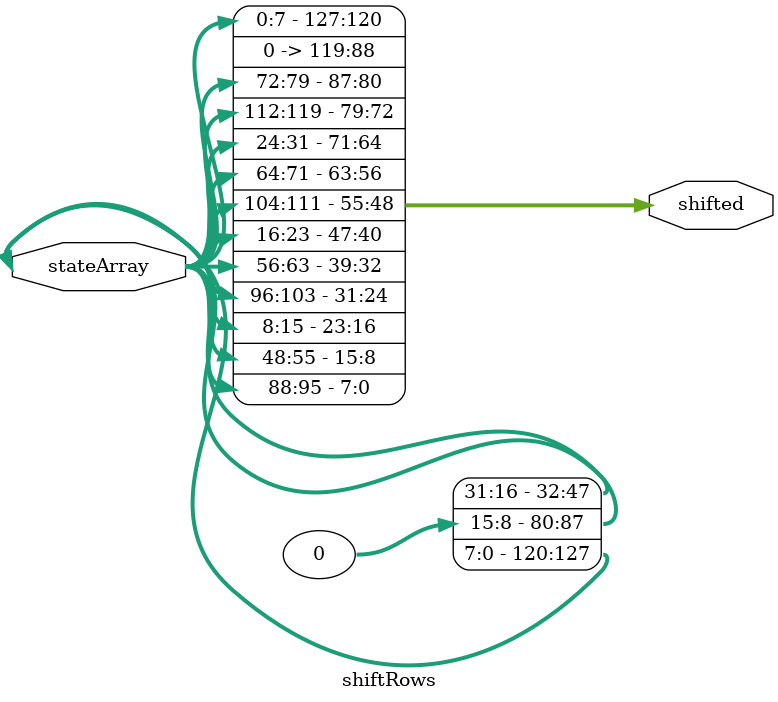
<source format=v>
/*****************************************************************************
 ***									   ***
 *** ECE 526 L Final Project 			John Truong, Spring, 2024  ***
 ***									   ***
 *** Final Project							   ***
 ***									   ***
 *****************************************************************************
 *** Filename: shiftRows.v		   Created by John Truong, 5/3/24  ***
 ***									   ***
 *****************************************************************************
 *** This module models the shiftRows algorithm which shifts the rows of   ***
 *** the State Array by k = r-1 whre r = row #				   ***
 ***								 	   ***
 ***		________4x4 State Array__________			   ***
 ***		|Col0	|Col1	|Col2	|Col3	|			   ***
 ***	Row0	|7:0	|39:32	|71:64	|103:96	|  no shift	 	   ***
 ***	Row1	|15:8	|47:40	|79:72	|111:104|  shift by 1		   ***
 ***	Row2	|23:16	|55:48	|87:80	|119:112|  shift by 2		   ***
 ***	Row3	|31:24	|63:56	|95:88	|127:120|  shift by 3		   ***
 ***									   ***
 ***	Table Above is the State Array in question.			   ***
 *****************************************************************************
 *****************************************************************************/

module shiftRows (stateArray, shifted);

	// Declaration of Inputs and Outputs
	input [0:127] stateArray;
	output [0:127] shifted;

	// Utilized Indexed Part Select [i+ :8] = [i+8-1: i]
	// First row (r = 0) is not shifted (skipped)
	assign shifted[7:0]    = stateArray[7:0];
	assign shifted[39:32]  = stateArray[39:32];
	assign shifted[71:64]  = stateArray[71:64];
   	assign shifted[103:96] = stateArray[103:96];
	
	// Second row (r = 1) is cyclically left shifted by 1 
  	assign shifted[15:8]    = stateArray[47:40];	
   	assign shifted[47:8]    = stateArray[79:72];	
   	assign shifted[79:72]   = stateArray[111:104];	
   	assign shifted[111:104] = stateArray[15:8];	
	
	// Third row (r = 2) is cyclically left shifted by 2 
   	assign shifted[23:16]   = stateArray[87:80];	
   	assign shifted[55:48]   = stateArray[119:112];	
   	assign shifted[87:80]   = stateArray[23:16];	
   	assign shifted[119:112] = stateArray[55:48];	
	
	// Fourth row (r = 3) is cyclically left shifted by 3 
   	assign shifted[31:24]   = stateArray[127:120];	
   	assign shifted[63:56]   = stateArray[31:24];	
   	assign shifted[95:88]   = stateArray[63:56];	
   	assign shifted[127:120] = stateArray[95:88];	

endmodule

</source>
